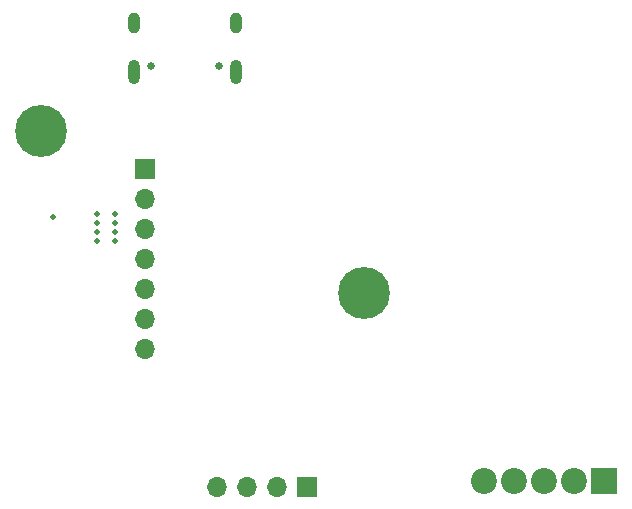
<source format=gbs>
G04 #@! TF.GenerationSoftware,KiCad,Pcbnew,8.0.5*
G04 #@! TF.CreationDate,2024-10-21T14:29:00+02:00*
G04 #@! TF.ProjectId,Slave,536c6176-652e-46b6-9963-61645f706362,rev?*
G04 #@! TF.SameCoordinates,Original*
G04 #@! TF.FileFunction,Soldermask,Bot*
G04 #@! TF.FilePolarity,Negative*
%FSLAX46Y46*%
G04 Gerber Fmt 4.6, Leading zero omitted, Abs format (unit mm)*
G04 Created by KiCad (PCBNEW 8.0.5) date 2024-10-21 14:29:00*
%MOMM*%
%LPD*%
G01*
G04 APERTURE LIST*
%ADD10R,1.700000X1.700000*%
%ADD11O,1.700000X1.700000*%
%ADD12C,0.500000*%
%ADD13C,0.650000*%
%ADD14O,1.000000X2.100000*%
%ADD15O,1.000000X1.800000*%
%ADD16R,2.200000X2.200000*%
%ADD17C,2.200000*%
%ADD18C,0.700000*%
%ADD19C,4.400000*%
G04 APERTURE END LIST*
D10*
X34798000Y-52324000D03*
D11*
X34798000Y-54864000D03*
X34798000Y-57404000D03*
X34798000Y-59944000D03*
X34798000Y-62484000D03*
X34798000Y-65024000D03*
X34798000Y-67564000D03*
D12*
X30750000Y-56900000D03*
X32250000Y-58400000D03*
D13*
X41092000Y-43629000D03*
X35312000Y-43629000D03*
D14*
X42522000Y-44129000D03*
D15*
X42522000Y-39949000D03*
D14*
X33882000Y-44129000D03*
D15*
X33882000Y-39949000D03*
D16*
X73660000Y-78770000D03*
D17*
X71120000Y-78770000D03*
X68580000Y-78770000D03*
X66040000Y-78770000D03*
X63500000Y-78770000D03*
D12*
X32250000Y-56150000D03*
D10*
X48504000Y-79248000D03*
D11*
X45964000Y-79248000D03*
X43424000Y-79248000D03*
X40884000Y-79248000D03*
D12*
X27042000Y-56440000D03*
X30750000Y-57650000D03*
D18*
X24350000Y-49150000D03*
X24833274Y-47983274D03*
X24833274Y-50316726D03*
X26000000Y-47500000D03*
D19*
X26000000Y-49150000D03*
D18*
X26000000Y-50800000D03*
X27166726Y-47983274D03*
X27166726Y-50316726D03*
X27650000Y-49150000D03*
D12*
X30750000Y-58400000D03*
X32250000Y-57650000D03*
X30750000Y-56150000D03*
X32250000Y-56900000D03*
D18*
X51690000Y-62865000D03*
X52173274Y-61698274D03*
X52173274Y-64031726D03*
X53340000Y-61215000D03*
D19*
X53340000Y-62865000D03*
D18*
X53340000Y-64515000D03*
X54506726Y-61698274D03*
X54506726Y-64031726D03*
X54990000Y-62865000D03*
M02*

</source>
